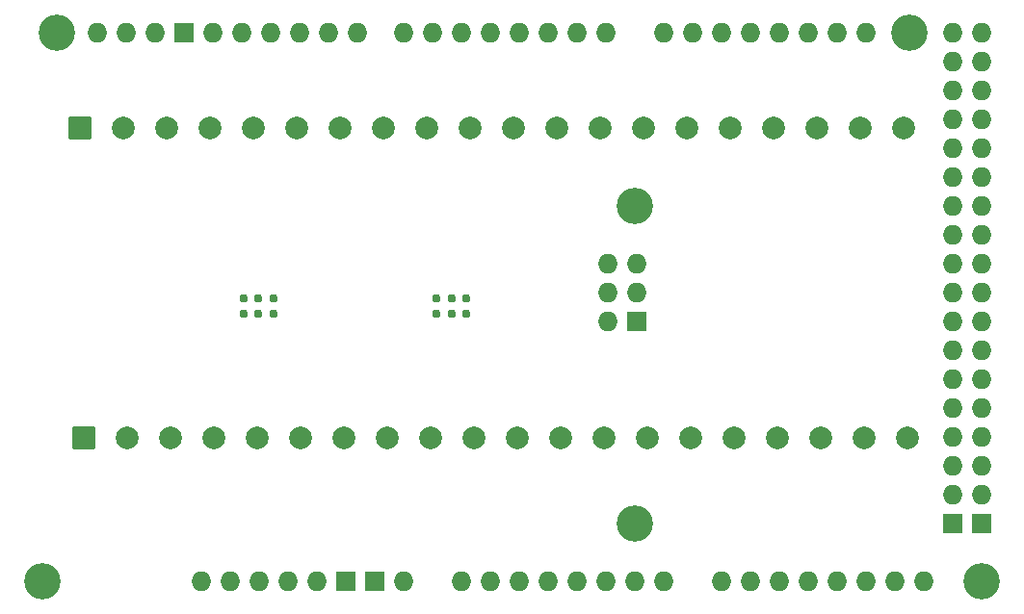
<source format=gbr>
%TF.GenerationSoftware,KiCad,Pcbnew,9.0.2*%
%TF.CreationDate,2025-06-29T11:55:11-05:00*%
%TF.ProjectId,k3ng-Rotator-v2,6b336e67-2d52-46f7-9461-746f722d7632,rev?*%
%TF.SameCoordinates,Original*%
%TF.FileFunction,Soldermask,Bot*%
%TF.FilePolarity,Negative*%
%FSLAX46Y46*%
G04 Gerber Fmt 4.6, Leading zero omitted, Abs format (unit mm)*
G04 Created by KiCad (PCBNEW 9.0.2) date 2025-06-29 11:55:11*
%MOMM*%
%LPD*%
G01*
G04 APERTURE LIST*
G04 Aperture macros list*
%AMRoundRect*
0 Rectangle with rounded corners*
0 $1 Rounding radius*
0 $2 $3 $4 $5 $6 $7 $8 $9 X,Y pos of 4 corners*
0 Add a 4 corners polygon primitive as box body*
4,1,4,$2,$3,$4,$5,$6,$7,$8,$9,$2,$3,0*
0 Add four circle primitives for the rounded corners*
1,1,$1+$1,$2,$3*
1,1,$1+$1,$4,$5*
1,1,$1+$1,$6,$7*
1,1,$1+$1,$8,$9*
0 Add four rect primitives between the rounded corners*
20,1,$1+$1,$2,$3,$4,$5,0*
20,1,$1+$1,$4,$5,$6,$7,0*
20,1,$1+$1,$6,$7,$8,$9,0*
20,1,$1+$1,$8,$9,$2,$3,0*%
G04 Aperture macros list end*
%ADD10RoundRect,0.102000X-0.900000X-0.900000X0.900000X-0.900000X0.900000X0.900000X-0.900000X0.900000X0*%
%ADD11C,2.004000*%
%ADD12C,0.770000*%
%ADD13O,1.727200X1.727200*%
%ADD14R,1.727200X1.727200*%
%ADD15C,3.200000*%
G04 APERTURE END LIST*
D10*
%TO.C,J2*%
X100437470Y-67957204D03*
D11*
X104247470Y-67957204D03*
X108057470Y-67957204D03*
X111867470Y-67957204D03*
X115677470Y-67957204D03*
X119487470Y-67957204D03*
X123297470Y-67957204D03*
X127107470Y-67957204D03*
X130917470Y-67957204D03*
X134727470Y-67957204D03*
X138537470Y-67957204D03*
X142347470Y-67957204D03*
X146157470Y-67957204D03*
X149967470Y-67957204D03*
X153777470Y-67957204D03*
X157587470Y-67957204D03*
X161397470Y-67957204D03*
X165207470Y-67957204D03*
X169017470Y-67957204D03*
X172827470Y-67957204D03*
%TD*%
D12*
%TO.C,U1*%
X131795000Y-84275000D03*
X133095000Y-84275000D03*
X134395000Y-84275000D03*
X131795000Y-82975000D03*
X133095000Y-82975000D03*
X134395000Y-82975000D03*
%TD*%
%TO.C,U2*%
X114824367Y-84275000D03*
X116124367Y-84275000D03*
X117424367Y-84275000D03*
X114824367Y-82975000D03*
X116124367Y-82975000D03*
X117424367Y-82975000D03*
%TD*%
D13*
%TO.C,A1*%
X128911500Y-107844237D03*
X104527500Y-59584237D03*
X101987500Y-59584237D03*
X146818500Y-82444237D03*
X146818500Y-84984237D03*
X116211500Y-107844237D03*
X149358500Y-82444237D03*
X146818500Y-79904237D03*
X113671500Y-107844237D03*
D14*
X179711500Y-102764237D03*
X177171500Y-102764237D03*
X149358500Y-84984237D03*
X126371500Y-107844237D03*
X123831500Y-107844237D03*
X109607500Y-59584237D03*
D13*
X179711500Y-100224237D03*
X177171500Y-100224237D03*
X179711500Y-97684237D03*
X177171500Y-97684237D03*
X179711500Y-95144237D03*
X177171500Y-95144237D03*
X179711500Y-92604237D03*
X177171500Y-92604237D03*
X179711500Y-90064237D03*
X177171500Y-90064237D03*
X179711500Y-87524237D03*
X177171500Y-87524237D03*
X179711500Y-84984237D03*
X177171500Y-84984237D03*
X179711500Y-82444237D03*
X177171500Y-82444237D03*
X179711500Y-79904237D03*
X177171500Y-79904237D03*
X179711500Y-77364237D03*
X177171500Y-77364237D03*
X179711500Y-74824237D03*
X177171500Y-74824237D03*
X179711500Y-72284237D03*
X177171500Y-72284237D03*
X179711500Y-69744237D03*
X177171500Y-69744237D03*
X179711500Y-67204237D03*
X177171500Y-67204237D03*
X179711500Y-64664237D03*
X177171500Y-64664237D03*
X179711500Y-62124237D03*
X177171500Y-62124237D03*
X169551500Y-59584237D03*
X167011500Y-59584237D03*
X164471500Y-59584237D03*
X161931500Y-59584237D03*
X159391500Y-59584237D03*
X156851500Y-59584237D03*
X154311500Y-59584237D03*
X151771500Y-59584237D03*
X112147500Y-59584237D03*
X114687500Y-59584237D03*
X117227500Y-59584237D03*
X119767500Y-59584237D03*
X122307500Y-59584237D03*
X124847500Y-59584237D03*
X128911500Y-59584237D03*
X131451500Y-59584237D03*
X133991500Y-59584237D03*
X136531500Y-59584237D03*
X139071500Y-59584237D03*
X141611500Y-59584237D03*
X144151500Y-59584237D03*
X146691500Y-59584237D03*
X107067500Y-59584237D03*
X174631500Y-107844237D03*
X172091500Y-107844237D03*
X169551500Y-107844237D03*
X167011500Y-107844237D03*
X164471500Y-107844237D03*
X161931500Y-107844237D03*
X159391500Y-107844237D03*
X156851500Y-107844237D03*
X151771500Y-107844237D03*
X149231500Y-107844237D03*
X146691500Y-107844237D03*
X144151500Y-107844237D03*
X141611500Y-107844237D03*
X139071500Y-107844237D03*
X136531500Y-107844237D03*
X133991500Y-107844237D03*
X179711500Y-59584237D03*
X177171500Y-59584237D03*
X149358500Y-79904237D03*
X121291500Y-107844237D03*
X118751500Y-107844237D03*
D15*
X179711500Y-107844237D03*
X173361500Y-59584237D03*
X149231500Y-102764237D03*
X149231500Y-74824237D03*
D13*
X111131500Y-107844237D03*
D15*
X98431500Y-59584237D03*
X97161500Y-107844237D03*
%TD*%
D10*
%TO.C,J1*%
X100770148Y-95196454D03*
D11*
X104580148Y-95196454D03*
X108390148Y-95196454D03*
X112200148Y-95196454D03*
X116010148Y-95196454D03*
X119820148Y-95196454D03*
X123630148Y-95196454D03*
X127440148Y-95196454D03*
X131250148Y-95196454D03*
X135060148Y-95196454D03*
X138870148Y-95196454D03*
X142680148Y-95196454D03*
X146490148Y-95196454D03*
X150300148Y-95196454D03*
X154110148Y-95196454D03*
X157920148Y-95196454D03*
X161730148Y-95196454D03*
X165540148Y-95196454D03*
X169350148Y-95196454D03*
X173160148Y-95196454D03*
%TD*%
M02*

</source>
